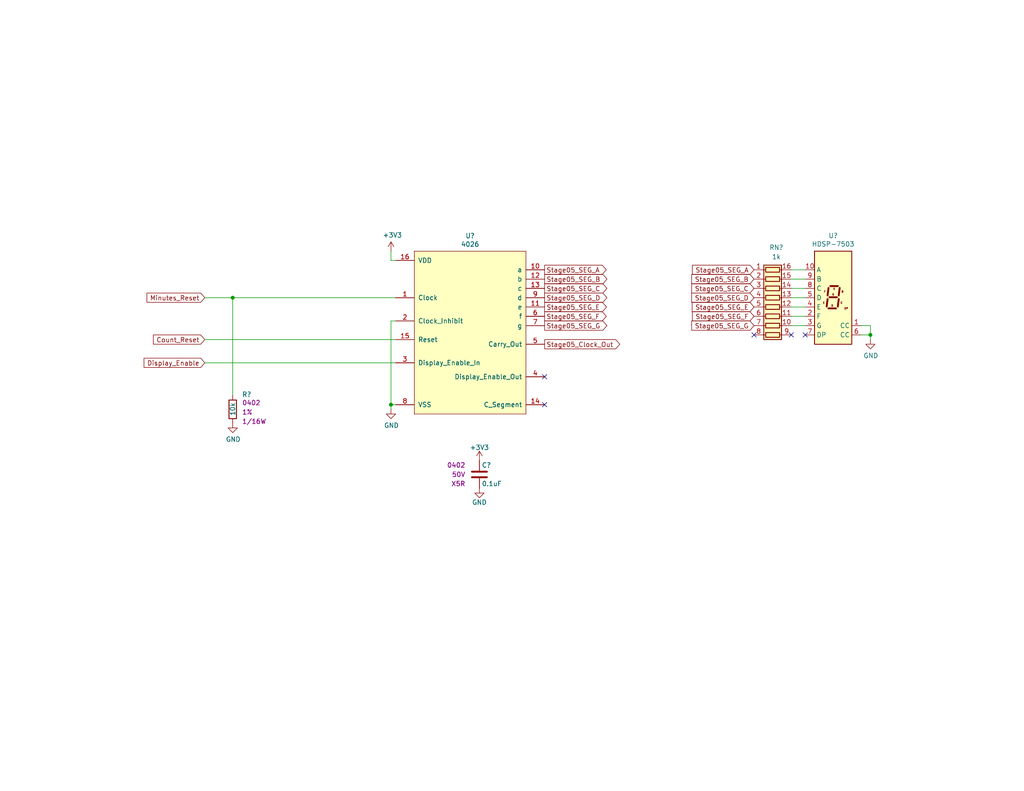
<source format=kicad_sch>
(kicad_sch (version 20230121) (generator eeschema)
  (paper "A")
  (title_block (title "Stopwatch") (date "2024-01-11") (rev "A") (company "Drew Maatman"))
  (lib_symbols
    (symbol "Custom_Library:4026" (pin_names (offset 1.016))
      (property "Reference" "U" (at 30.48 -43.18 0))
      (property "Value" "4026" (at 20.32 3.81 0))
      (symbol "4026_0_1"
        (rectangle (start 5.08 2.54) (end 35.56 -41.91) (fill (type background)))
      )
      (symbol "4026_1_1"
        (pin input line (at 0 -10.16 0) (length 5.08) (name "Clock") (number "1"))
        (pin output line (at 40.64 -2.54 180) (length 5.08) (name "a") (number "10"))
        (pin output line (at 40.64 -12.7 180) (length 5.08) (name "e") (number "11"))
        (pin output line (at 40.64 -5.08 180) (length 5.08) (name "b") (number "12"))
        (pin output line (at 40.64 -7.62 180) (length 5.08) (name "c") (number "13"))
        (pin output line (at 40.64 -39.37 180) (length 5.08) (name "C_Segment") (number "14"))
        (pin input line (at 0 -21.59 0) (length 5.08) (name "Reset") (number "15"))
        (pin power_in line (at 0 0 0) (length 5.08) (name "VDD") (number "16"))
        (pin input line (at 0 -16.51 0) (length 5.08) (name "Clock_Inhibit") (number "2"))
        (pin input line (at 0 -27.94 0) (length 5.08) (name "Display_Enable_In") (number "3"))
        (pin output line (at 40.64 -31.75 180) (length 5.08) (name "Display_Enable_Out") (number "4"))
        (pin output line (at 40.64 -22.86 180) (length 5.08) (name "Carry_Out") (number "5"))
        (pin output line (at 40.64 -15.24 180) (length 5.08) (name "f") (number "6"))
        (pin output line (at 40.64 -17.78 180) (length 5.08) (name "g") (number "7"))
        (pin power_in line (at 0 -39.37 0) (length 5.08) (name "VSS") (number "8"))
        (pin output line (at 40.64 -10.16 180) (length 5.08) (name "d") (number "9"))
      )
    )
    (symbol "Custom_Library:C_Custom" (pin_numbers hide) (pin_names (offset 0.254))
      (property "Reference" "C" (at 0.635 2.54 0))
      (property "Value" "C_Custom" (at 0.635 -2.54 0))
      (property "display_footprint" "Foot" (at -3.81 2.54 0))
      (property "Voltage" "V" (at -3.81 0 0))
      (property "Dielectric" "Er" (at -3.81 -2.54 0))
      (symbol "C_Custom_0_1"
        (polyline (pts (xy -2.032 -0.762) (xy 2.032 -0.762)) (stroke (width 0.508)))
        (polyline (pts (xy -2.032 0.762) (xy 2.032 0.762)) (stroke (width 0.508)))
      )
      (symbol "C_Custom_1_1"
        (pin passive line (at 0 3.81 270) (length 2.794) (name "~") (number "1"))
        (pin passive line (at 0 -3.81 90) (length 2.794) (name "~") (number "2"))
      )
    )
    (symbol "Custom_Library:R_Custom" (pin_numbers hide) (pin_names (offset 1.016) hide)
      (property "Reference" "R" (at -2.54 0 90))
      (property "Value" "R_Custom" (at 0 0 90))
      (property "display_footprint" "Foot" (at 2.54 0 90))
      (property "Tolerance" "Tol" (at 5.08 0 90))
      (property "Wattage" "W" (at 7.62 0 90))
      (symbol "R_Custom_0_1"
        (rectangle (start 1.016 2.54) (end -1.016 -2.54) (stroke (width 0.254)))
      )
      (symbol "R_Custom_1_1"
        (pin passive line (at 0 3.81 270) (length 1.27) (name "1") (number "1"))
        (pin passive line (at 0 -3.81 90) (length 1.27) (name "2") (number "2"))
      )
    )
    (symbol "Device:R_Pack08" (pin_names (offset 0) hide)
      (property "Reference" "RN" (at -12.7 0 90))
      (property "Value" "R_Pack08" (at 10.16 0 90))
      (symbol "R_Pack08_0_1"
        (rectangle (start -11.43 -2.413) (end 8.89 2.413) (stroke (width 0.254)) (fill (type background)))
        (rectangle (start -10.795 1.905) (end -9.525 -1.905) (stroke (width 0.254)))
        (rectangle (start -8.255 1.905) (end -6.985 -1.905) (stroke (width 0.254)))
        (rectangle (start -5.715 1.905) (end -4.445 -1.905) (stroke (width 0.254)))
        (rectangle (start -3.175 1.905) (end -1.905 -1.905) (stroke (width 0.254)))
        (rectangle (start -0.635 1.905) (end 0.635 -1.905) (stroke (width 0.254)))
        (polyline (pts (xy -10.16 -2.54) (xy -10.16 -1.905)))
        (polyline (pts (xy -10.16 1.905) (xy -10.16 2.54)))
        (polyline (pts (xy -7.62 -2.54) (xy -7.62 -1.905)))
        (polyline (pts (xy -7.62 1.905) (xy -7.62 2.54)))
        (polyline (pts (xy -5.08 -2.54) (xy -5.08 -1.905)))
        (polyline (pts (xy -5.08 1.905) (xy -5.08 2.54)))
        (polyline (pts (xy -2.54 -2.54) (xy -2.54 -1.905)))
        (polyline (pts (xy -2.54 1.905) (xy -2.54 2.54)))
        (polyline (pts (xy 0 -2.54) (xy 0 -1.905)))
        (polyline (pts (xy 0 1.905) (xy 0 2.54)))
        (polyline (pts (xy 2.54 -2.54) (xy 2.54 -1.905)))
        (polyline (pts (xy 2.54 1.905) (xy 2.54 2.54)))
        (polyline (pts (xy 5.08 -2.54) (xy 5.08 -1.905)))
        (polyline (pts (xy 5.08 1.905) (xy 5.08 2.54)))
        (polyline (pts (xy 7.62 -2.54) (xy 7.62 -1.905)))
        (polyline (pts (xy 7.62 1.905) (xy 7.62 2.54)))
        (rectangle (start 1.905 1.905) (end 3.175 -1.905) (stroke (width 0.254)))
        (rectangle (start 4.445 1.905) (end 5.715 -1.905) (stroke (width 0.254)))
        (rectangle (start 6.985 1.905) (end 8.255 -1.905) (stroke (width 0.254)))
      )
      (symbol "R_Pack08_1_1"
        (pin passive line (at -10.16 -5.08 90) (length 2.54) (name "R1.1") (number "1"))
        (pin passive line (at 5.08 5.08 270) (length 2.54) (name "R7.2") (number "10"))
        (pin passive line (at 2.54 5.08 270) (length 2.54) (name "R6.2") (number "11"))
        (pin passive line (at 0 5.08 270) (length 2.54) (name "R5.2") (number "12"))
        (pin passive line (at -2.54 5.08 270) (length 2.54) (name "R4.2") (number "13"))
        (pin passive line (at -5.08 5.08 270) (length 2.54) (name "R3.2") (number "14"))
        (pin passive line (at -7.62 5.08 270) (length 2.54) (name "R2.2") (number "15"))
        (pin passive line (at -10.16 5.08 270) (length 2.54) (name "R1.2") (number "16"))
        (pin passive line (at -7.62 -5.08 90) (length 2.54) (name "R2.1") (number "2"))
        (pin passive line (at -5.08 -5.08 90) (length 2.54) (name "R3.1") (number "3"))
        (pin passive line (at -2.54 -5.08 90) (length 2.54) (name "R4.1") (number "4"))
        (pin passive line (at 0 -5.08 90) (length 2.54) (name "R5.1") (number "5"))
        (pin passive line (at 2.54 -5.08 90) (length 2.54) (name "R6.1") (number "6"))
        (pin passive line (at 5.08 -5.08 90) (length 2.54) (name "R7.1") (number "7"))
        (pin passive line (at 7.62 -5.08 90) (length 2.54) (name "R8.1") (number "8"))
        (pin passive line (at 7.62 5.08 270) (length 2.54) (name "R8.2") (number "9"))
      )
    )
    (symbol "Display_Character:HDSP-7503"
      (property "Reference" "U" (at -3.81 13.97 0))
      (property "Value" "HDSP-7503" (at 6.35 13.97 0))
      (symbol "HDSP-7503_1_0"
        (text "A" (at 0.254 2.413 0) (effects (font (size 0.508 0.508))))
        (text "B" (at 2.54 1.651 0) (effects (font (size 0.508 0.508))))
        (text "C" (at 2.286 -1.397 0) (effects (font (size 0.508 0.508))))
        (text "D" (at -0.254 -2.159 0) (effects (font (size 0.508 0.508))))
        (text "DP" (at 3.556 -2.921 0) (effects (font (size 0.508 0.508))))
        (text "E" (at -2.54 -1.397 0) (effects (font (size 0.508 0.508))))
        (text "F" (at -2.286 1.651 0) (effects (font (size 0.508 0.508))))
        (text "G" (at 0 0.889 0) (effects (font (size 0.508 0.508))))
      )
      (symbol "HDSP-7503_1_1"
        (rectangle (start -5.08 12.7) (end 5.08 -12.7) (stroke (width 0.254)) (fill (type background)))
        (polyline (pts (xy -1.524 -0.381) (xy -1.778 -2.413)) (stroke (width 0.508)))
        (polyline (pts (xy -1.27 -2.921) (xy 0.762 -2.921)) (stroke (width 0.508)))
        (polyline (pts (xy -1.27 2.667) (xy -1.524 0.635)) (stroke (width 0.508)))
        (polyline (pts (xy -1.016 0.127) (xy 1.016 0.127)) (stroke (width 0.508)))
        (polyline (pts (xy -0.762 3.175) (xy 1.27 3.175)) (stroke (width 0.508)))
        (polyline (pts (xy 1.524 -0.381) (xy 1.27 -2.413)) (stroke (width 0.508)))
        (polyline (pts (xy 1.778 2.667) (xy 1.524 0.635)) (stroke (width 0.508)))
        (polyline (pts (xy 2.54 -2.921) (xy 2.54 -2.921)) (stroke (width 0.508)))
        (pin input line (at 7.62 -7.62 180) (length 2.54) (name "CC") (number "1"))
        (pin input line (at -7.62 7.62 0) (length 2.54) (name "A") (number "10"))
        (pin input line (at -7.62 -5.08 0) (length 2.54) (name "F") (number "2"))
        (pin input line (at -7.62 -7.62 0) (length 2.54) (name "G") (number "3"))
        (pin input line (at -7.62 -2.54 0) (length 2.54) (name "E") (number "4"))
        (pin input line (at -7.62 0 0) (length 2.54) (name "D") (number "5"))
        (pin input line (at 7.62 -10.16 180) (length 2.54) (name "CC") (number "6"))
        (pin input line (at -7.62 -10.16 0) (length 2.54) (name "DP") (number "7"))
        (pin input line (at -7.62 2.54 0) (length 2.54) (name "C") (number "8"))
        (pin input line (at -7.62 5.08 0) (length 2.54) (name "B") (number "9"))
      )
    )
    (symbol "Incrementor-rescue:+3.3V-power" (power) (pin_names (offset 0))
      (property "Value" "+3.3V-power" (at 0 3.556 0))
      (symbol "+3.3V-power_0_1"
        (polyline (pts (xy -0.762 1.27) (xy 0 2.54)))
        (polyline (pts (xy 0 0) (xy 0 2.54)))
        (polyline (pts (xy 0 2.54) (xy 0.762 1.27)))
      )
      (symbol "+3.3V-power_1_1"
        (pin power_in line (at 0 0 90) (length 0) hide (name "+3V3") (number "1"))
      )
    )
    (symbol "power:GND" (power) (pin_names (offset 0))
      (property "Value" "GND" (at 0 -3.81 0))
      (symbol "GND_0_1"
        (polyline (pts (xy 0 0) (xy 0 -1.27) (xy 1.27 -1.27) (xy 0 -2.54) (xy -1.27 -1.27) (xy 0 -1.27)))
      )
      (symbol "GND_1_1"
        (pin power_in line (at 0 0 270) (length 0) hide (name "GND") (number "1"))
      )
    )
  )
  (junction (at 237.49 91.44))
  (junction (at 106.68 110.49))
  (junction (at 63.5 81.28))
  (no_connect (at 148.59 102.87))
  (no_connect (at 215.9 91.44))
  (no_connect (at 219.71 91.44))
  (no_connect (at 148.59 110.49))
  (no_connect (at 205.74 91.44))
  (wire (pts (xy 106.68 110.49) (xy 107.95 110.49)))
  (wire (pts (xy 107.95 87.63) (xy 106.68 87.63)))
  (wire (pts (xy 237.49 92.71) (xy 237.49 91.44)))
  (wire (pts (xy 237.49 88.9) (xy 234.95 88.9)))
  (wire (pts (xy 215.9 81.28) (xy 219.71 81.28)))
  (wire (pts (xy 55.88 81.28) (xy 63.5 81.28)))
  (wire (pts (xy 215.9 78.74) (xy 219.71 78.74)))
  (wire (pts (xy 215.9 86.36) (xy 219.71 86.36)))
  (wire (pts (xy 106.68 68.58) (xy 106.68 71.12)))
  (wire (pts (xy 215.9 83.82) (xy 219.71 83.82)))
  (wire (pts (xy 55.88 92.71) (xy 107.95 92.71)))
  (wire (pts (xy 55.88 99.06) (xy 107.95 99.06)))
  (wire (pts (xy 106.68 111.76) (xy 106.68 110.49)))
  (wire (pts (xy 106.68 71.12) (xy 107.95 71.12)))
  (wire (pts (xy 106.68 87.63) (xy 106.68 110.49)))
  (wire (pts (xy 234.95 91.44) (xy 237.49 91.44)))
  (wire (pts (xy 107.95 81.28) (xy 63.5 81.28)))
  (wire (pts (xy 215.9 88.9) (xy 219.71 88.9)))
  (wire (pts (xy 237.49 91.44) (xy 237.49 88.9)))
  (wire (pts (xy 215.9 73.66) (xy 219.71 73.66)))
  (wire (pts (xy 215.9 76.2) (xy 219.71 76.2)))
  (wire (pts (xy 63.5 81.28) (xy 63.5 107.95)))
  (global_label "Stage05_SEG_A" (shape output) (at 148.59 73.66 0) (property "Intersheetrefs" "${INTERSHEET_REFS}" (effects hide)))
  (global_label "Stage05_SEG_G" (shape output) (at 148.59 88.9 0) (property "Intersheetrefs" "${INTERSHEET_REFS}" (effects hide)))
  (global_label "Stage05_SEG_A" (shape input) (at 205.74 73.66 180) (property "Intersheetrefs" "${INTERSHEET_REFS}" (effects hide)))
  (global_label "Stage05_SEG_E" (shape input) (at 205.74 83.82 180) (property "Intersheetrefs" "${INTERSHEET_REFS}" (effects hide)))
  (global_label "Stage05_SEG_C" (shape input) (at 205.74 78.74 180) (property "Intersheetrefs" "${INTERSHEET_REFS}" (effects hide)))
  (global_label "Stage05_SEG_F" (shape input) (at 205.74 86.36 180) (property "Intersheetrefs" "${INTERSHEET_REFS}" (effects hide)))
  (global_label "Minutes_Reset" (shape input) (at 55.88 81.28 180) (property "Intersheetrefs" "${INTERSHEET_REFS}" (effects hide)))
  (global_label "Stage05_SEG_C" (shape output) (at 148.59 78.74 0) (property "Intersheetrefs" "${INTERSHEET_REFS}" (effects hide)))
  (global_label "Stage05_SEG_F" (shape output) (at 148.59 86.36 0) (property "Intersheetrefs" "${INTERSHEET_REFS}" (effects hide)))
  (global_label "Stage05_SEG_E" (shape output) (at 148.59 83.82 0) (property "Intersheetrefs" "${INTERSHEET_REFS}" (effects hide)))
  (global_label "Stage05_SEG_B" (shape output) (at 148.59 76.2 0) (property "Intersheetrefs" "${INTERSHEET_REFS}" (effects hide)))
  (global_label "Stage05_SEG_B" (shape input) (at 205.74 76.2 180) (property "Intersheetrefs" "${INTERSHEET_REFS}" (effects hide)))
  (global_label "Stage05_SEG_D" (shape output) (at 148.59 81.28 0) (property "Intersheetrefs" "${INTERSHEET_REFS}" (effects hide)))
  (global_label "Stage05_SEG_G" (shape input) (at 205.74 88.9 180) (property "Intersheetrefs" "${INTERSHEET_REFS}" (effects hide)))
  (global_label "Stage05_Clock_Out" (shape output) (at 148.59 93.98 0) (property "Intersheetrefs" "${INTERSHEET_REFS}" (effects hide)))
  (global_label "Count_Reset" (shape input) (at 55.88 92.71 180) (property "Intersheetrefs" "${INTERSHEET_REFS}" (effects hide)))
  (global_label "Stage05_SEG_D" (shape input) (at 205.74 81.28 180) (property "Intersheetrefs" "${INTERSHEET_REFS}" (effects hide)))
  (global_label "Display_Enable" (shape input) (at 55.88 99.06 180) (property "Intersheetrefs" "${INTERSHEET_REFS}" (effects hide)))
  (symbol (lib_id "Custom_Library:R_Custom") (at 63.5 111.76 0) (unit 1)
    (property "Reference" "R?" (at 66.04 107.696 0) (effects (justify left)))
    (property "Value" "10k" (at 63.5 113.538 90) (effects (justify left)))
    (property "Footprint" "Resistors_SMD:R_0402" (effects hide))
    (property "display_footprint" "0402" (at 66.04 109.982 0) (effects (justify left)))
    (property "Tolerance" "1%" (at 66.04 112.522 0) (effects (justify left)))
    (property "Wattage" "1/16W" (at 66.04 115.062 0) (effects (justify left)))
    (property "Digi-Key PN" "RMCF0402FT10K0CT-ND" (effects hide))
    (instances (project "Stopwatch" (path "" (reference "R?") (unit 1)) (path "" (reference "R1101") (unit 1))))
  )
  (symbol (lib_id "power:GND") (at 237.49 92.71 0) (unit 1)
    (property "Reference" "#PWR?" (effects hide))
    (property "Value" "GND" (at 237.617 97.1042 0))
    (instances (project "Stopwatch" (path "" (reference "#PWR?") (unit 1)) (path "" (reference "#PWR01106") (unit 1))))
  )
  (symbol (lib_id "power:GND") (at 130.81 133.35 0) (unit 1)
    (property "Reference" "#PWR?" (effects hide))
    (property "Value" "GND" (at 130.81 137.16 0))
    (instances (project "Stopwatch" (path "" (reference "#PWR?") (unit 1)) (path "" (reference "#PWR01105") (unit 1))))
  )
  (symbol (lib_id "Custom_Library:C_Custom") (at 130.81 129.54 0) (unit 1)
    (property "Reference" "C?" (at 131.445 127 0) (effects (justify left)))
    (property "Value" "0.1uF" (at 131.445 132.08 0) (effects (justify left)))
    (property "Footprint" "Capacitors_SMD:C_0402" (effects hide))
    (property "display_footprint" "0402" (at 127 127 0) (effects (justify right)))
    (property "Voltage" "50V" (at 127 129.54 0) (effects (justify right)))
    (property "Dielectric" "X5R" (at 127 132.08 0) (effects (justify right)))
    (property "Digi-Key PN" "490-10697-1-ND" (effects hide))
    (instances (project "Stopwatch" (path "" (reference "C?") (unit 1)) (path "" (reference "C1101") (unit 1))))
  )
  (symbol (lib_id "Device:R_Pack08") (at 210.82 83.82 270) (unit 1)
    (property "Reference" "RN?" (at 211.836 67.564 90))
    (property "Value" "1k" (at 211.836 70.104 90))
    (property "Footprint" "Resistor_SMD:R_Cat16-8" (effects hide))
    (property "Digi-Key PN" "CAT16-102J8LFCT-ND" (effects hide))
    (instances (project "Stopwatch" (path "" (reference "RN?") (unit 1)) (path "" (reference "RN1101") (unit 1))))
  )
  (symbol (lib_id "Custom_Library:4026") (at 107.95 71.12 0) (unit 1)
    (property "Reference" "U?" (at 128.27 64.389 0))
    (property "Value" "4026" (at 128.27 66.7004 0))
    (property "Footprint" "Housings_SSOP:TSSOP-16_4.4x5mm_Pitch0.65mm" (effects hide))
    (property "Digi-Key PN" "296-32878-5-ND" (effects hide))
    (instances (project "Stopwatch" (path "" (reference "U?") (unit 1)) (path "" (reference "U1101") (unit 1))))
  )
  (symbol (lib_id "Incrementor-rescue:+3.3V-power") (at 106.68 68.58 0) (unit 1)
    (property "Reference" "#PWR?" (effects hide))
    (property "Value" "+3.3V" (at 107.061 64.1858 0))
    (instances (project "Stopwatch" (path "" (reference "#PWR?") (unit 1)) (path "" (reference "#PWR01102") (unit 1))))
  )
  (symbol (lib_id "Display_Character:HDSP-7503") (at 227.33 81.28 0) (unit 1)
    (property "Reference" "U?" (at 227.33 64.3382 0))
    (property "Value" "HDSP-7503" (at 227.33 66.6496 0))
    (property "Footprint" "Display_7Segment:HDSP-A151" (effects hide))
    (property "Datasheet" "https://docs.broadcom.com/docs/AV02-2553EN" (effects hide))
    (property "Digi-Key PN" "516-1203-5-ND" (effects hide))
    (instances (project "Stopwatch" (path "" (reference "U?") (unit 1)) (path "" (reference "U1102") (unit 1))))
  )
  (symbol (lib_id "Incrementor-rescue:+3.3V-power") (at 130.81 125.73 0) (unit 1)
    (property "Reference" "#PWR?" (effects hide))
    (property "Value" "+3.3V" (at 130.81 122.174 0))
    (instances (project "Stopwatch" (path "" (reference "#PWR?") (unit 1)) (path "" (reference "#PWR01104") (unit 1))))
  )
  (symbol (lib_id "power:GND") (at 63.5 115.57 0) (unit 1)
    (property "Reference" "#PWR?" (effects hide))
    (property "Value" "GND" (at 63.627 119.9642 0))
    (instances (project "Stopwatch" (path "" (reference "#PWR?") (unit 1)) (path "" (reference "#PWR01101") (unit 1))))
  )
  (symbol (lib_id "power:GND") (at 106.68 111.76 0) (unit 1)
    (property "Reference" "#PWR?" (effects hide))
    (property "Value" "GND" (at 106.807 116.1542 0))
    (instances (project "Stopwatch" (path "" (reference "#PWR?") (unit 1)) (path "" (reference "#PWR01103") (unit 1))))
  )
)
</source>
